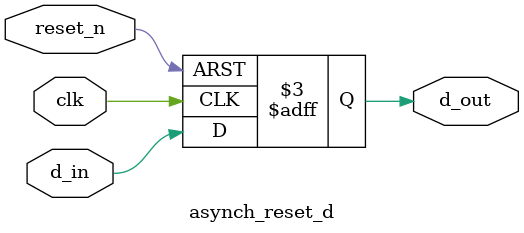
<source format=v>
`timescale 1ns / 1ps


module asynch_reset_d(
                    input d_in, clk, reset_n, 
                    output reg d_out
    );
    always @(posedge clk or negedge reset_n)
    begin
        if(~reset_n)
            d_out <= 1'b0;
        else
            d_out <= d_in;    
    end
endmodule

</source>
